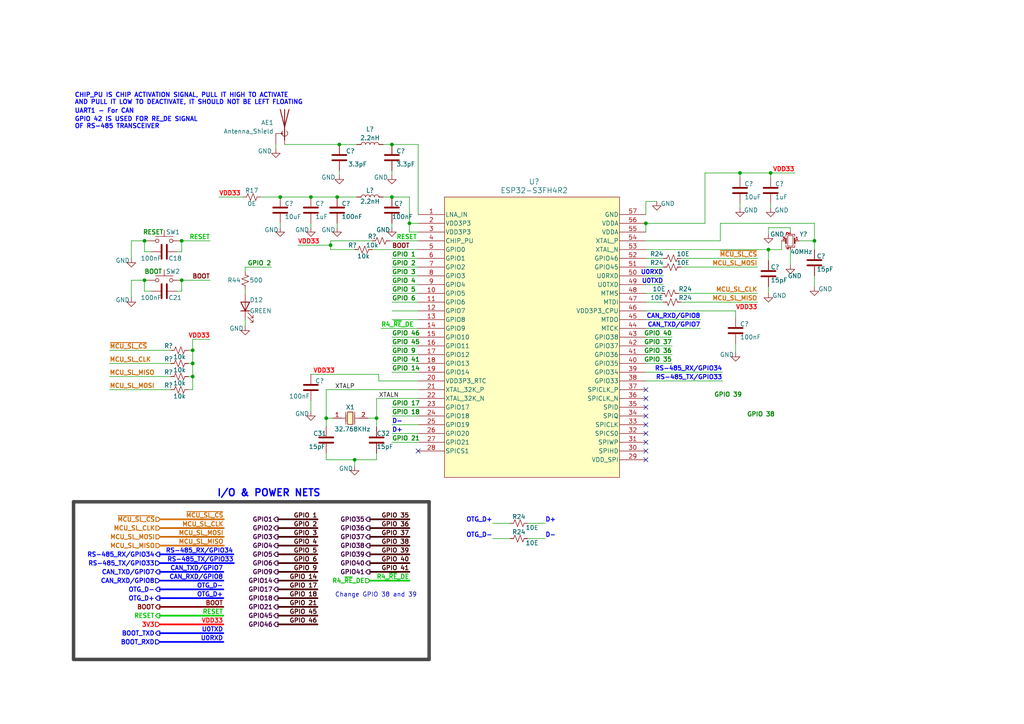
<source format=kicad_sch>
(kicad_sch (version 20230121) (generator eeschema)
  (paper "A4")
  (lib_symbols
    (symbol "ESP32-S3_DB:AH03200003"
      (property "Reference" "X" (at 0 5.08 0))
      (property "Value" "AH03200003" (at 0 -5.08 0))
      (symbol "AH03200003_1_1"
        (pin input line (at -5.08 0 0) (length 2.54) (name "") (number "1"))
        (pin input line (at 5.08 0 180) (length 2.54) (name "") (number "2"))
      )
    )
    (symbol "ESP32-S3_DB:Antenna_Shield" (pin_numbers hide) (pin_names (offset 1.016) hide)
      (property "Reference" "AE" (at -1.905 4.445 0))
      (property "Value" "Antenna_Shield" (at -1.905 2.54 0))
      (symbol "Antenna_Shield_1_1"
        (pin input line (at 0 -5.08 90) (length 2.54) (name "A") (number "1"))
        (pin input line (at 2.54 -5.08 90) (length 2.54) (name "Shield") (number "2"))
      )
    )
    (symbol "ESP32-S3_DB:C" (pin_numbers hide) (pin_names (offset 0.254))
      (property "Reference" "C" (at 0.635 2.54 0))
      (property "Value" "C" (at 0.635 -2.54 0))
      (symbol "C_1_1"
        (pin passive line (at 0 3.81 270) (length 2.794) (name "~") (number "1"))
        (pin passive line (at 0 -3.81 90) (length 2.794) (name "~") (number "2"))
      )
    )
    (symbol "ESP32-S3_DB:Crystal_GND24_Small" (pin_names (offset 1.016) hide)
      (property "Reference" "Y" (at 1.27 4.445 0))
      (property "Value" "Crystal_GND24_Small" (at 1.27 2.54 0))
      (symbol "Crystal_GND24_Small_1_1"
        (pin passive line (at -2.54 0 0) (length 1.27) (name "1") (number "1"))
        (pin passive line (at 0 -2.54 90) (length 0.635) (name "2") (number "2"))
        (pin passive line (at 2.54 0 180) (length 1.27) (name "3") (number "3"))
        (pin passive line (at 0 2.54 270) (length 0.635) (name "4") (number "4"))
      )
    )
    (symbol "ESP32-S3_DB:ESP32-S3" (pin_names (offset 0.254))
      (property "Reference" "U" (at 33.02 10.16 0))
      (property "Value" "ESP32-S3" (at 33.02 7.62 0))
      (symbol "ESP32-S3_0_1"
        (pin bidirectional line (at 0 0 0) (length 7.62) (name "LNA_IN") (number "1"))
        (pin bidirectional line (at 0 -22.86 0) (length 7.62) (name "GPIO5") (number "10"))
        (pin bidirectional line (at 0 -25.4 0) (length 7.62) (name "GPIO6") (number "11"))
        (pin bidirectional line (at 0 -27.94 0) (length 7.62) (name "GPIO7") (number "12"))
        (pin bidirectional line (at 0 -30.48 0) (length 7.62) (name "GPIO8") (number "13"))
        (pin bidirectional line (at 0 -33.02 0) (length 7.62) (name "GPIO9") (number "14"))
        (pin bidirectional line (at 0 -35.56 0) (length 7.62) (name "GPIO10") (number "15"))
        (pin bidirectional line (at 0 -38.1 0) (length 7.62) (name "GPIO11") (number "16"))
        (pin bidirectional line (at 0 -40.64 0) (length 7.62) (name "GPIO12") (number "17"))
        (pin bidirectional line (at 0 -43.18 0) (length 7.62) (name "GPIO13") (number "18"))
        (pin bidirectional line (at 0 -45.72 0) (length 7.62) (name "GPIO14") (number "19"))
        (pin power_in line (at 0 -2.54 0) (length 7.62) (name "VDD3P3") (number "2"))
        (pin power_in line (at 0 -48.26 0) (length 7.62) (name "VDD3P3_RTC") (number "20"))
        (pin bidirectional line (at 0 -50.8 0) (length 7.62) (name "XTAL_32K_P") (number "21"))
        (pin bidirectional line (at 0 -53.34 0) (length 7.62) (name "XTAL_32K_N") (number "22"))
        (pin bidirectional line (at 0 -55.88 0) (length 7.62) (name "GPIO17") (number "23"))
        (pin bidirectional line (at 0 -58.42 0) (length 7.62) (name "GPIO18") (number "24"))
        (pin bidirectional line (at 0 -60.96 0) (length 7.62) (name "GPIO19") (number "25"))
        (pin bidirectional line (at 0 -63.5 0) (length 7.62) (name "GPIO20") (number "26"))
        (pin bidirectional line (at 0 -66.04 0) (length 7.62) (name "GPIO21") (number "27"))
        (pin bidirectional line (at 0 -68.58 0) (length 7.62) (name "SPICS1") (number "28"))
        (pin power_in line (at 66.04 -71.12 180) (length 7.62) (name "VDD_SPI") (number "29"))
        (pin power_in line (at 0 -5.08 0) (length 7.62) (name "VDD3P3") (number "3"))
        (pin bidirectional line (at 66.04 -68.58 180) (length 7.62) (name "SPIHD") (number "30"))
        (pin bidirectional line (at 66.04 -66.04 180) (length 7.62) (name "SPIWP") (number "31"))
        (pin bidirectional line (at 66.04 -63.5 180) (length 7.62) (name "SPICS0") (number "32"))
        (pin bidirectional line (at 66.04 -60.96 180) (length 7.62) (name "SPICLK") (number "33"))
        (pin bidirectional line (at 66.04 -58.42 180) (length 7.62) (name "SPIQ") (number "34"))
        (pin bidirectional line (at 66.04 -55.88 180) (length 7.62) (name "SPID") (number "35"))
        (pin input line (at 0 -7.62 0) (length 7.62) (name "CHIP_PU") (number "4"))
        (pin power_in line (at 66.04 -27.94 180) (length 7.62) (name "VDD3P3_CPU") (number "46"))
        (pin bidirectional line (at 66.04 -25.4 180) (length 7.62) (name "MTDI") (number "47"))
        (pin bidirectional line (at 66.04 -22.86 180) (length 7.62) (name "MTMS") (number "48"))
        (pin bidirectional line (at 66.04 -20.32 180) (length 7.62) (name "U0TXD") (number "49"))
        (pin bidirectional line (at 0 -10.16 0) (length 7.62) (name "GPIO0") (number "5"))
        (pin bidirectional line (at 66.04 -17.78 180) (length 7.62) (name "U0RXD") (number "50"))
        (pin bidirectional line (at 66.04 -15.24 180) (length 7.62) (name "GPIO45") (number "51"))
        (pin bidirectional line (at 66.04 -12.7 180) (length 7.62) (name "GPIO46") (number "52"))
        (pin output line (at 66.04 -10.16 180) (length 7.62) (name "XTAL_N") (number "53"))
        (pin input line (at 66.04 -7.62 180) (length 7.62) (name "XTAL_P") (number "54"))
        (pin power_in line (at 66.04 -5.08 180) (length 7.62) (name "VDDA") (number "55"))
        (pin power_in line (at 66.04 -2.54 180) (length 7.62) (name "VDDA") (number "56"))
        (pin power_out line (at 66.04 0 180) (length 7.62) (name "GND") (number "57"))
        (pin bidirectional line (at 0 -12.7 0) (length 7.62) (name "GPIO1") (number "6"))
        (pin bidirectional line (at 0 -15.24 0) (length 7.62) (name "GPIO2") (number "7"))
        (pin bidirectional line (at 0 -17.78 0) (length 7.62) (name "GPIO3") (number "8"))
        (pin bidirectional line (at 0 -20.32 0) (length 7.62) (name "GPIO4") (number "9"))
      )
      (symbol "ESP32-S3_1_1"
        (pin bidirectional line (at 66.04 -53.34 180) (length 7.62) (name "SPICLK_N") (number "36"))
        (pin bidirectional line (at 66.04 -50.8 180) (length 7.62) (name "SPICLK_P") (number "37"))
        (pin bidirectional line (at 66.04 -48.26 180) (length 7.62) (name "GPIO33") (number "38"))
        (pin bidirectional line (at 66.04 -45.72 180) (length 7.62) (name "GPIO34") (number "39"))
        (pin bidirectional line (at 66.04 -43.18 180) (length 7.62) (name "GPIO35") (number "40"))
        (pin bidirectional line (at 66.04 -40.64 180) (length 7.62) (name "GPIO36") (number "41"))
        (pin bidirectional line (at 66.04 -38.1 180) (length 7.62) (name "GPIO37") (number "42"))
        (pin bidirectional line (at 66.04 -35.56 180) (length 7.62) (name "GPIO38") (number "43"))
        (pin bidirectional line (at 66.04 -33.02 180) (length 7.62) (name "MTCK") (number "44"))
        (pin bidirectional line (at 66.04 -30.48 180) (length 7.62) (name "MTDO") (number "45"))
      )
    )
    (symbol "ESP32-S3_DB:GND" (power) (pin_names (offset 0))
      (property "Value" "GND" (at 0 -3.81 0))
      (symbol "GND_1_1"
        (pin power_in line (at 0 0 270) (length 0) hide (name "GND") (number "1"))
      )
    )
    (symbol "ESP32-S3_DB:L" (pin_numbers hide) (pin_names (offset 1.016) hide)
      (property "Reference" "L" (at -1.27 0 90))
      (property "Value" "L" (at 1.905 0 90))
      (symbol "L_1_1"
        (pin passive line (at 0 3.81 270) (length 1.27) (name "1") (number "1"))
        (pin passive line (at 0 -3.81 90) (length 1.27) (name "2") (number "2"))
      )
    )
    (symbol "ESP32-S3_DB:LED" (pin_numbers hide) (pin_names (offset 1.016) hide)
      (property "Reference" "D" (at 0 2.54 0))
      (property "Value" "LED" (at 0 -2.54 0))
      (symbol "LED_1_1"
        (pin passive line (at -3.81 0 0) (length 2.54) (name "K") (number "1"))
        (pin passive line (at 3.81 0 180) (length 2.54) (name "A") (number "2"))
      )
    )
    (symbol "ESP32-S3_DB:R_Small_US" (pin_numbers hide) (pin_names (offset 0.254) hide)
      (property "Reference" "R" (at 0.762 0.508 0))
      (property "Value" "R_Small_US" (at 0.762 -1.016 0))
      (symbol "R_Small_US_1_1"
        (pin passive line (at 0 2.54 270) (length 1.016) (name "~") (number "1"))
        (pin passive line (at 0 -2.54 90) (length 1.016) (name "~") (number "2"))
      )
    )
    (symbol "ESP32-S3_DB:SW_Push" (pin_numbers hide) (pin_names (offset 1.016) hide)
      (property "Reference" "SW" (at 1.27 2.54 0))
      (property "Value" "SW_Push" (at 0 -1.524 0))
      (symbol "SW_Push_0_1"
        (pin passive line (at -5.08 0 0) (length 2.54) (name "1") (number "1"))
        (pin passive line (at 5.08 0 180) (length 2.54) (name "2") (number "2"))
      )
    )
  )
  (junction (at 55.88 105.41))
  (junction (at 41.91 69.85))
  (junction (at 95.885 71.12))
  (junction (at 90.17 57.15))
  (junction (at 98.425 41.91))
  (junction (at 52.705 81.28))
  (junction (at 214.63 50.165))
  (junction (at 97.79 57.15))
  (junction (at 187.325 64.77))
  (junction (at 52.705 69.85))
  (junction (at 55.88 101.6))
  (junction (at 113.665 57.15))
  (junction (at 41.91 81.28))
  (junction (at 109.22 121.285))
  (junction (at 223.52 50.165))
  (junction (at 113.665 41.91))
  (junction (at 102.87 133.35))
  (junction (at 94.615 121.285))
  (junction (at 81.28 57.15))
  (junction (at 118.745 64.77))
  (junction (at 55.88 109.22))
  (junction (at 222.885 72.39))
  (junction (at 236.22 69.85))
  (no_connect (at 187.325 130.81))
  (no_connect (at 121.285 130.81))
  (no_connect (at 187.325 120.65))
  (no_connect (at 187.325 118.11))
  (no_connect (at 187.325 125.73))
  (no_connect (at 187.325 113.03))
  (no_connect (at 187.325 115.57))
  (no_connect (at 187.325 123.19))
  (no_connect (at 187.325 133.35))
  (no_connect (at 187.325 128.27))
  (wire (pts (xy 113.665 128.27) (xy 121.285 128.27)))
  (wire (pts (xy 64.77 183.642) (xy 46.355 183.642)) (stroke (width 0.5) (color 0 0 255 1)))
  (wire (pts (xy 113.665 123.19) (xy 121.285 123.19)))
  (wire (pts (xy 113.665 66.04) (xy 113.665 64.77)))
  (wire (pts (xy 92.075 153.162) (xy 80.645 153.162)) (stroke (width 0.5) (color 72 0 0 1)))
  (wire (pts (xy 118.745 165.862) (xy 107.315 165.862)) (stroke (width 0.5) (color 72 0 0 1)))
  (wire (pts (xy 75.565 57.15) (xy 81.28 57.15)))
  (wire (pts (xy 236.22 69.85) (xy 236.22 72.39)))
  (wire (pts (xy 31.75 109.22) (xy 49.53 109.22)))
  (wire (pts (xy 204.47 64.77) (xy 204.47 50.165)))
  (wire (pts (xy 64.897 150.622) (xy 46.482 150.622)) (stroke (width 0.5) (color 204 102 0 1)))
  (wire (pts (xy 90.17 57.15) (xy 97.79 57.15)))
  (wire (pts (xy 219.71 87.63) (xy 197.485 87.63)))
  (wire (pts (xy 203.2 92.71) (xy 187.325 92.71)))
  (wire (pts (xy 92.075 176.022) (xy 80.645 176.022)) (stroke (width 0.5) (color 72 0 0 1)))
  (wire (pts (xy 97.79 66.04) (xy 97.79 64.77)))
  (wire (pts (xy 94.615 123.825) (xy 94.615 121.285)))
  (wire (pts (xy 113.665 87.63) (xy 121.285 87.63)))
  (wire (pts (xy 55.88 109.22) (xy 55.88 113.03)))
  (wire (pts (xy 92.075 150.622) (xy 80.645 150.622)) (stroke (width 0.5) (color 72 0 0 1)))
  (wire (pts (xy 222.885 83.185) (xy 222.885 85.09)))
  (wire (pts (xy 92.075 178.562) (xy 80.645 178.562)) (stroke (width 0.5) (color 72 0 0 1)))
  (wire (pts (xy 92.075 155.702) (xy 80.645 155.702)) (stroke (width 0.5) (color 72 0 0 1)))
  (wire (pts (xy 64.77 181.102) (xy 46.355 181.102)) (stroke (width 0.5) (color 255 0 0 1)))
  (wire (pts (xy 194.945 102.87) (xy 187.325 102.87)))
  (wire (pts (xy 80.01 41.91) (xy 80.01 43.18)))
  (wire (pts (xy 92.075 168.402) (xy 80.645 168.402)) (stroke (width 0.5) (color 72 0 0 1)))
  (wire (pts (xy 31.75 101.6) (xy 49.53 101.6)))
  (wire (pts (xy 111.125 57.15) (xy 113.665 57.15)))
  (wire (pts (xy 187.325 72.39) (xy 222.885 72.39)))
  (wire (pts (xy 31.75 113.03) (xy 49.53 113.03)))
  (wire (pts (xy 187.325 64.77) (xy 204.47 64.77)))
  (wire (pts (xy 55.88 101.6) (xy 55.88 105.41)))
  (wire (pts (xy 42.545 81.28) (xy 41.91 81.28)))
  (wire (pts (xy 214.63 50.165) (xy 214.63 51.435)))
  (wire (pts (xy 187.325 77.47) (xy 192.405 77.47)))
  (wire (pts (xy 38.1 81.28) (xy 38.1 86.36)))
  (wire (pts (xy 214.63 59.055) (xy 214.63 60.325)))
  (wire (pts (xy 229.235 72.39) (xy 229.235 76.835)))
  (wire (pts (xy 219.71 85.09) (xy 196.85 85.09)))
  (wire (pts (xy 41.91 81.28) (xy 41.91 84.455)))
  (wire (pts (xy 113.665 118.11) (xy 121.285 118.11)))
  (wire (pts (xy 118.745 158.242) (xy 107.315 158.242)) (stroke (width 0.5) (color 72 0 0 1)))
  (wire (pts (xy 158.115 151.765) (xy 153.035 151.765)))
  (wire (pts (xy 64.897 153.162) (xy 46.482 153.162)) (stroke (width 0.5) (color 204 102 0 1)))
  (wire (pts (xy 113.665 97.79) (xy 121.285 97.79)))
  (wire (pts (xy 229.235 66.04) (xy 229.235 67.31)))
  (wire (pts (xy 95.885 72.39) (xy 95.885 71.12)))
  (wire (pts (xy 113.665 107.95) (xy 121.285 107.95)))
  (bus (pts (xy 124.46 145.542) (xy 124.46 191.262)) (stroke (width 1) (color 72 72 72 1)))
  (wire (pts (xy 147.955 151.765) (xy 142.875 151.765)))
  (wire (pts (xy 113.665 50.8) (xy 113.665 49.53)))
  (wire (pts (xy 214.63 50.165) (xy 223.52 50.165)))
  (wire (pts (xy 192.405 87.63) (xy 187.325 87.63)))
  (wire (pts (xy 204.47 50.165) (xy 214.63 50.165)))
  (wire (pts (xy 92.075 160.782) (xy 80.645 160.782)) (stroke (width 0.5) (color 72 0 0 1)))
  (wire (pts (xy 113.665 74.93) (xy 121.285 74.93)))
  (wire (pts (xy 222.885 72.39) (xy 226.695 72.39)))
  (wire (pts (xy 64.77 168.402) (xy 46.355 168.402)) (stroke (width 0.5) (color 0 0 255 1)))
  (wire (pts (xy 52.705 81.28) (xy 60.96 81.28)))
  (wire (pts (xy 236.22 64.77) (xy 236.22 69.85)))
  (wire (pts (xy 110.49 95.25) (xy 121.285 95.25)))
  (wire (pts (xy 92.075 173.482) (xy 80.645 173.482)) (stroke (width 0.5) (color 72 0 0 1)))
  (wire (pts (xy 52.705 73.025) (xy 52.705 69.85)))
  (wire (pts (xy 213.36 90.17) (xy 187.325 90.17)))
  (wire (pts (xy 118.745 163.322) (xy 107.315 163.322)) (stroke (width 0.5) (color 72 0 0 1)))
  (wire (pts (xy 121.285 41.91) (xy 121.285 62.23)))
  (wire (pts (xy 55.88 109.22) (xy 54.61 109.22)))
  (wire (pts (xy 71.12 94.615) (xy 71.12 92.71)))
  (wire (pts (xy 52.705 69.85) (xy 60.96 69.85)))
  (wire (pts (xy 41.91 84.455) (xy 43.815 84.455)))
  (bus (pts (xy 21.336 145.542) (xy 124.46 145.542)) (stroke (width 1) (color 72 72 72 1)))
  (wire (pts (xy 92.075 165.862) (xy 80.645 165.862)) (stroke (width 0.5) (color 72 0 0 1)))
  (wire (pts (xy 92.075 158.242) (xy 80.645 158.242)) (stroke (width 0.5) (color 72 0 0 1)))
  (wire (pts (xy 90.17 116.205) (xy 90.17 119.38)))
  (wire (pts (xy 109.855 108.585) (xy 109.855 110.49)))
  (wire (pts (xy 113.665 120.65) (xy 121.285 120.65)))
  (wire (pts (xy 222.885 75.565) (xy 222.885 72.39)))
  (wire (pts (xy 95.885 69.85) (xy 107.95 69.85)))
  (wire (pts (xy 192.405 80.01) (xy 187.325 80.01)))
  (wire (pts (xy 208.915 64.77) (xy 236.22 64.77)))
  (wire (pts (xy 113.665 90.17) (xy 121.285 90.17)))
  (wire (pts (xy 191.77 85.09) (xy 187.325 85.09)))
  (wire (pts (xy 147.955 156.21) (xy 142.875 156.21)))
  (wire (pts (xy 90.17 108.585) (xy 109.855 108.585)))
  (wire (pts (xy 118.745 155.702) (xy 107.315 155.702)) (stroke (width 0.5) (color 72 0 0 1)))
  (wire (pts (xy 118.745 153.162) (xy 107.315 153.162)) (stroke (width 0.5) (color 72 0 0 1)))
  (wire (pts (xy 64.77 186.182) (xy 46.355 186.182)) (stroke (width 0.5) (color 0 0 255 1)))
  (wire (pts (xy 213.36 99.695) (xy 213.36 102.235)))
  (wire (pts (xy 98.425 50.8) (xy 98.425 49.53)))
  (wire (pts (xy 106.68 121.285) (xy 109.22 121.285)))
  (wire (pts (xy 55.88 101.6) (xy 54.61 101.6)))
  (wire (pts (xy 113.665 41.91) (xy 121.285 41.91)))
  (wire (pts (xy 55.88 105.41) (xy 55.88 109.22)))
  (wire (pts (xy 187.325 58.42) (xy 187.325 62.23)))
  (wire (pts (xy 60.96 98.425) (xy 55.88 98.425)))
  (bus (pts (xy 124.46 191.262) (xy 21.336 191.262)) (stroke (width 1) (color 72 72 72 1)))
  (wire (pts (xy 64.77 165.862) (xy 46.355 165.862)) (stroke (width 0.5) (color 0 0 255 1)))
  (wire (pts (xy 94.615 113.03) (xy 94.615 121.285)))
  (wire (pts (xy 51.435 73.025) (xy 52.705 73.025)))
  (wire (pts (xy 109.22 115.57) (xy 109.22 121.285)))
  (wire (pts (xy 71.12 77.47) (xy 71.12 78.74)))
  (wire (pts (xy 208.915 69.85) (xy 208.915 64.77)))
  (wire (pts (xy 95.885 71.12) (xy 95.885 69.85)))
  (wire (pts (xy 190.5 58.42) (xy 187.325 58.42)))
  (wire (pts (xy 109.855 110.49) (xy 121.285 110.49)))
  (wire (pts (xy 94.615 113.03) (xy 121.285 113.03)))
  (wire (pts (xy 102.87 133.35) (xy 109.22 133.35)))
  (wire (pts (xy 118.745 67.31) (xy 121.285 67.31)))
  (wire (pts (xy 64.77 173.482) (xy 46.355 173.482)) (stroke (width 0.5) (color 0 0 255 1)))
  (wire (pts (xy 52.705 84.455) (xy 52.705 81.28)))
  (wire (pts (xy 92.075 170.942) (xy 80.645 170.942)) (stroke (width 0.5) (color 72 0 0 1)))
  (wire (pts (xy 219.71 77.47) (xy 197.485 77.47)))
  (wire (pts (xy 63.5 57.15) (xy 70.485 57.15)))
  (wire (pts (xy 236.22 80.01) (xy 236.22 83.185)))
  (wire (pts (xy 109.22 133.35) (xy 109.22 131.445)))
  (wire (pts (xy 118.745 168.402) (xy 107.315 168.402)) (stroke (width 0.5) (color 0 194 0 1)))
  (wire (pts (xy 64.77 176.022) (xy 46.355 176.022)) (stroke (width 0.5) (color 132 0 0 1)))
  (wire (pts (xy 118.745 64.77) (xy 121.285 64.77)))
  (wire (pts (xy 67.818 163.322) (xy 46.355 163.322)) (stroke (width 0.5) (color 0 0 255 1)))
  (wire (pts (xy 113.665 77.47) (xy 121.285 77.47)))
  (wire (pts (xy 102.87 135.255) (xy 102.87 133.35)))
  (wire (pts (xy 94.615 121.285) (xy 96.52 121.285)))
  (wire (pts (xy 51.435 84.455) (xy 52.705 84.455)))
  (wire (pts (xy 86.36 71.12) (xy 95.885 71.12)))
  (bus (pts (xy 21.336 145.542) (xy 21.336 191.262)) (stroke (width 1) (color 72 72 72 1)))
  (wire (pts (xy 113.665 85.09) (xy 121.285 85.09)))
  (wire (pts (xy 223.52 59.055) (xy 223.52 60.325)))
  (wire (pts (xy 158.115 156.21) (xy 153.035 156.21)))
  (wire (pts (xy 64.897 155.702) (xy 46.482 155.702)) (stroke (width 0.5) (color 204 102 0 1)))
  (wire (pts (xy 223.52 50.165) (xy 230.505 50.165)))
  (wire (pts (xy 226.695 72.39) (xy 226.695 69.85)))
  (wire (pts (xy 113.665 57.15) (xy 118.745 57.15)))
  (wire (pts (xy 81.28 66.04) (xy 81.28 64.77)))
  (wire (pts (xy 94.615 133.35) (xy 94.615 131.445)))
  (wire (pts (xy 231.775 69.85) (xy 236.22 69.85)))
  (wire (pts (xy 64.77 170.942) (xy 46.355 170.942)) (stroke (width 0.5) (color 0 0 255 1)))
  (wire (pts (xy 203.2 95.25) (xy 187.325 95.25)))
  (wire (pts (xy 192.405 82.55) (xy 187.325 82.55)))
  (wire (pts (xy 113.665 82.55) (xy 121.285 82.55)))
  (wire (pts (xy 102.87 133.35) (xy 94.615 133.35)))
  (wire (pts (xy 92.075 181.102) (xy 80.645 181.102)) (stroke (width 0.5) (color 72 0 0 1)))
  (wire (pts (xy 64.77 178.562) (xy 46.355 178.562)) (stroke (width 0.5) (color 0 194 0 1)))
  (wire (pts (xy 67.691 160.782) (xy 46.355 160.782)) (stroke (width 0.5) (color 0 0 255 1)))
  (wire (pts (xy 223.52 50.165) (xy 223.52 51.435)))
  (wire (pts (xy 97.79 57.15) (xy 103.505 57.15)))
  (wire (pts (xy 42.545 69.85) (xy 41.91 69.85)))
  (wire (pts (xy 102.87 72.39) (xy 95.885 72.39)))
  (wire (pts (xy 82.55 41.91) (xy 98.425 41.91)))
  (wire (pts (xy 41.91 81.28) (xy 38.1 81.28)))
  (wire (pts (xy 113.03 69.85) (xy 121.285 69.85)))
  (wire (pts (xy 118.745 160.782) (xy 107.315 160.782)) (stroke (width 0.5) (color 72 0 0 1)))
  (wire (pts (xy 118.745 64.77) (xy 118.745 67.31)))
  (wire (pts (xy 219.71 74.93) (xy 197.485 74.93)))
  (wire (pts (xy 113.665 80.01) (xy 121.285 80.01)))
  (wire (pts (xy 209.55 107.95) (xy 187.325 107.95)))
  (wire (pts (xy 55.88 105.41) (xy 54.61 105.41)))
  (wire (pts (xy 55.88 113.03) (xy 54.61 113.03)))
  (wire (pts (xy 81.28 57.15) (xy 90.17 57.15)))
  (wire (pts (xy 194.945 105.41) (xy 187.325 105.41)))
  (wire (pts (xy 31.75 105.41) (xy 49.53 105.41)))
  (wire (pts (xy 113.665 102.87) (xy 121.285 102.87)))
  (wire (pts (xy 92.075 163.322) (xy 80.645 163.322)) (stroke (width 0.5) (color 72 0 0 1)))
  (wire (pts (xy 64.897 158.242) (xy 46.482 158.242)) (stroke (width 0.5) (color 204 102 0 1)))
  (wire (pts (xy 118.745 150.622) (xy 107.315 150.622)) (stroke (width 0.5) (color 72 0 0 1)))
  (wire (pts (xy 38.1 69.85) (xy 38.1 74.93)))
  (wire (pts (xy 187.325 64.77) (xy 187.325 67.31)))
  (wire (pts (xy 109.22 115.57) (xy 121.285 115.57)))
  (wire (pts (xy 111.125 41.91) (xy 113.665 41.91)))
  (wire (pts (xy 109.22 123.825) (xy 109.22 121.285)))
  (wire (pts (xy 113.665 92.71) (xy 121.285 92.71)))
  (wire (pts (xy 194.945 97.79) (xy 187.325 97.79)))
  (wire (pts (xy 113.665 100.33) (xy 121.285 100.33)))
  (wire (pts (xy 113.665 105.41) (xy 121.285 105.41)))
  (wire (pts (xy 90.17 66.04) (xy 90.17 64.77)))
  (wire (pts (xy 41.91 73.025) (xy 43.815 73.025)))
  (wire (pts (xy 213.36 90.17) (xy 213.36 92.075)))
  (wire (pts (xy 209.55 110.49) (xy 187.325 110.49)))
  (wire (pts (xy 118.745 57.15) (xy 118.745 64.77)))
  (wire (pts (xy 98.425 41.91) (xy 103.505 41.91)))
  (wire (pts (xy 41.91 69.85) (xy 38.1 69.85)))
  (wire (pts (xy 78.74 77.47) (xy 71.12 77.47)))
  (wire (pts (xy 55.88 98.425) (xy 55.88 101.6)))
  (wire (pts (xy 222.885 66.04) (xy 229.235 66.04)))
  (wire (pts (xy 107.95 72.39) (xy 121.285 72.39)))
  (wire (pts (xy 222.885 67.945) (xy 222.885 66.04)))
  (wire (pts (xy 113.665 125.73) (xy 121.285 125.73)))
  (wire (pts (xy 194.945 100.33) (xy 187.325 100.33)))
  (wire (pts (xy 192.405 74.93) (xy 187.325 74.93)))
  (wire (pts (xy 41.91 69.85) (xy 41.91 73.025)))
  (wire (pts (xy 71.12 85.09) (xy 71.12 83.82)))
  (wire (pts (xy 187.325 69.85) (xy 208.915 69.85)))
  (text "UART1 - For CAN" (at 21.59 33.02 0) (effects (font (size 1.27 1.27) bold) (justify left bottom)))
  (text "CHIP_PU IS CHIP ACTIVATION SIGNAL, PULL IT HIGH TO ACTIVATE\nAND PULL IT LOW TO DEACTIVATE, IT SHOULD NOT BE LEFT FLOATING" (at 21.59 30.48 0) (effects (font (size 1.27 1.27) (thickness 0.254) bold) (justify left bottom)))
  (text "I/O & POWER NETS" (at 62.865 144.272 0) (effects (font (size 2 2) bold) (justify left bottom)))
  (text "GPIO 42 IS USED FOR RE_DE SIGNAL \nOF RS-485 TRANSCEIVER" (at 21.59 37.465 0) (effects (font (size 1.27 1.27) bold) (justify left bottom)))
  (text "Change GPIO 38 and 39" (at 97.155 173.355 0) (effects (font (size 1.27 1.27)) (justify left bottom)))
  (label "CAN_TXD{slash}GPIO7" (at 64.77 165.862 180) (effects (font bold)))
  (label "GPIO 4" (at 92.075 158.242 180) (effects (font bold)))
  (label "RS-485_TX{slash}GPIO33" (at 67.818 163.322 180) (effects (font bold)))
  (label "GPIO 41" (at 118.745 165.862 180) (effects (font bold)))
  (label "GPIO 14" (at 113.665 107.95 0) (effects (font bold)))
  (label "GPIO 37" (at 194.945 100.33 180) (effects (font bold)))
  (label "GPIO 45" (at 92.075 178.562 180) (effects (font bold)))
  (label "GPIO 36" (at 194.945 102.87 180) (effects (font bold)))
  (label "D-" (at 113.665 123.19 0) (effects (font (thickness 0.254) bold)))
  (label "GPIO 1" (at 113.665 74.93 0) (effects (font bold)))
  (label "GPIO 9" (at 92.075 165.862 180) (effects (font bold)))
  (label "OTG_D-" (at 64.77 170.942 180) (effects (font (thickness 0.254) bold)))
  (label "GPIO 14" (at 92.075 168.402 180) (effects (font bold)))
  (label "CAN_RXD{slash}GPIO8" (at 203.2 92.71 180) (effects (font bold)))
  (label "~{MCU_SL_CS}" (at 219.71 74.93 180) (effects (font (thickness 0.254) bold)))
  (label "R4_~{RE}_DE" (at 118.745 168.402 180) (effects (font bold)))
  (label "D-" (at 158.115 156.21 0) (effects (font (thickness 0.254) bold)))
  (label "MCU_SL_MOSI" (at 64.897 155.702 180) (effects (font (thickness 0.254) bold)))
  (label "RS-485_TX{slash}GPIO33" (at 209.55 110.49 180) (effects (font bold)))
  (label "BOOT" (at 64.77 176.022 180) (effects (font bold)))
  (label "MCU_SL_MISO" (at 31.75 109.22 0) (effects (font (thickness 0.254) bold)))
  (label "GPIO 39" (at 215.265 115.57 180) (effects (font bold)))
  (label "OTG_D-" (at 142.875 156.21 180) (effects (font (thickness 0.254) bold)))
  (label "GPIO 1" (at 92.075 150.622 180) (effects (font bold)))
  (label "U0TXD" (at 64.77 183.642 180) (effects (font bold)))
  (label "GPIO 46" (at 92.075 181.102 180) (effects (font bold)))
  (label "BOOT" (at 60.96 81.28 180) (effects (font bold)))
  (label "GPIO 9" (at 113.665 102.87 0) (effects (font bold)))
  (label "MCU_SL_MISO" (at 64.897 158.242 180) (effects (font (thickness 0.254) bold)))
  (label "GPIO 2" (at 113.665 77.47 0) (effects (font bold)))
  (label "OTG_D+" (at 142.875 151.765 180) (effects (font (thickness 0.254) bold)))
  (label "GPIO 4" (at 113.665 82.55 0) (effects (font bold)))
  (label "GPIO 35" (at 118.745 150.622 180) (effects (font bold)))
  (label "RS-485_RX{slash}GPIO34" (at 67.691 160.782 180) (effects (font bold)))
  (label "RESET" (at 60.96 69.85 180) (effects (font (thickness 0.254) bold)))
  (label "GPIO 2" (at 92.075 153.162 180) (effects (font bold)))
  (label "MCU_SL_CLK" (at 64.897 153.162 180) (effects (font (thickness 0.254) bold)))
  (label "U0RXD" (at 192.405 80.01 180) (effects (font bold)))
  (label "MCU_SL_MISO" (at 219.71 87.63 180) (effects (font (thickness 0.254) bold)))
  (label "MCU_SL_CLK" (at 219.71 85.09 180) (effects (font (thickness 0.254) bold)))
  (label "GPIO 40" (at 118.745 163.322 180) (effects (font bold)))
  (label "GPIO 5" (at 92.075 160.782 180) (effects (font bold)))
  (label "OTG_D+" (at 64.77 173.482 180) (effects (font (thickness 0.254) bold)))
  (label "BOOT" (at 113.665 72.39 0) (effects (font bold)))
  (label "U0RXD" (at 64.77 186.182 180) (effects (font bold)))
  (label "MCU_SL_CLK" (at 31.75 105.41 0) (effects (font (thickness 0.254) bold)))
  (label "MCU_SL_MOSI" (at 31.75 113.03 0) (effects (font (thickness 0.254) bold)))
  (label "RS-485_RX{slash}GPIO34" (at 209.55 107.95 180) (effects (font bold)))
  (label "GPIO 6" (at 113.665 87.63 0) (effects (font bold)))
  (label "GPIO 21" (at 113.665 128.27 0) (effects (font bold)))
  (label "GPIO 38" (at 224.79 121.285 180) (effects (font bold)))
  (label "GPIO 5" (at 113.665 85.09 0) (effects (font bold)))
  (label "GPIO 40" (at 194.945 97.79 180) (effects (font bold)))
  (label "D+" (at 113.665 125.73 0) (effects (font (thickness 0.254) bold)))
  (label "GPIO 41" (at 113.665 105.41 0) (effects (font bold)))
  (label "RESET" (at 64.77 178.562 180) (effects (font (thickness 0.254) bold)))
  (label "GPIO 36" (at 118.745 153.162 180) (effects (font bold)))
  (label "VDD33" (at 64.77 181.102 180) (effects (font (thickness 0.254) bold)))
  (label "XTALN" (at 109.855 115.57 0))
  (label "VDD33" (at 230.505 50.165 180) (effects (font (thickness 0.254) bold)))
  (label "VDD33" (at 90.805 108.585 0) (effects (font (thickness 0.254) bold)))
  (label "~{MCU_SL_CS}" (at 31.75 101.6 0) (effects (font (thickness 0.254) bold)))
  (label "GPIO 37" (at 118.745 155.702 180) (effects (font bold)))
  (label "GPIO 35" (at 194.945 105.41 180) (effects (font bold)))
  (label "VDD33" (at 86.36 71.12 0) (effects (font (thickness 0.254) bold)))
  (label "GPIO 18" (at 113.665 120.65 0) (effects (font bold)))
  (label "GPIO 3" (at 113.665 80.01 0) (effects (font bold)))
  (label "U0TXD" (at 192.405 82.55 180) (effects (font bold)))
  (label "GPIO 3" (at 92.075 155.702 180) (effects (font bold)))
  (label "CAN_RXD{slash}GPIO8" (at 64.77 168.402 180) (effects (font bold)))
  (label "GPIO 45" (at 113.665 100.33 0) (effects (font bold)))
  (label "GPIO 17" (at 113.665 118.11 0) (effects (font bold)))
  (label "XTALP" (at 97.155 113.03 0))
  (label "GPIO 17" (at 92.075 170.942 180) (effects (font bold)))
  (label "GPIO 6" (at 92.075 163.322 180) (effects (font bold)))
  (label "D+" (at 158.115 151.765 0) (effects (font (thickness 0.254) bold)))
  (label "VDD33" (at 213.36 90.17 0) (effects (font (thickness 0.254) bold)))
  (label "~{MCU_SL_CS}" (at 64.897 150.622 180) (effects (font (thickness 0.254) bold)))
  (label "VDD33" (at 60.96 98.425 180) (effects (font (thickness 0.254) bold)))
  (label "CAN_TXD{slash}GPIO7" (at 203.2 95.25 180) (effects (font bold)))
  (label "GPIO 2" (at 78.74 77.47 180) (effects (font bold)))
  (label "VDD33" (at 63.5 57.15 0) (effects (font (thickness 0.254) bold)))
  (label "GPIO 46" (at 113.665 97.79 0) (effects (font bold)))
  (label "MCU_SL_MOSI" (at 219.71 77.47 180) (effects (font (thickness 0.254) bold)))
  (label "GPIO 38" (at 118.745 158.242 180) (effects (font bold)))
  (label "RESET" (at 114.935 69.85 0) (effects (font (thickness 0.254) bold)))
  (label "GPIO 39" (at 118.745 160.782 180) (effects (font bold)))
  (label "GPIO 18" (at 92.075 173.482 180) (effects (font bold)))
  (label "R4_~{RE}_DE" (at 110.49 95.25 0) (effects (font bold)))
  (label "GPIO 21" (at 92.075 176.022 180) (effects (font bold)))
  (hierarchical_label "RESET" (shape output) (at 46.355 178.562 180) (effects (font bold)))
  (hierarchical_label "OTG_D+" (shape output) (at 46.355 173.482 180) (effects (font bold)))
  (hierarchical_label "GPIO6" (shape output) (at 80.645 163.322 180) (effects (font (thickness 0.254) bold)))
  (hierarchical_label "GPIO46" (shape output) (at 80.645 181.102 180) (effects (font (thickness 0.254) bold)))
  (hierarchical_label "GPIO4" (shape output) (at 80.645 158.242 180) (effects (font (thickness 0.254) bold)))
  (hierarchical_label "GPIO39" (shape output) (at 107.315 160.782 180) (effects (font (thickness 0.254) bold)))
  (hierarchical_label "GPIO45" (shape output) (at 80.645 178.562 180) (effects (font (thickness 0.254) bold)))
  (hierarchical_label "RS-485_RX{slash}GPIO34" (shape output) (at 46.355 160.782 180) (effects (font (thickness 0.254) bold)))
  (hierarchical_label "GPIO5" (shape output) (at 80.645 160.782 180) (effects (font (thickness 0.254) bold)))
  (hierarchical_label "BOOT" (shape output) (at 46.355 176.022 180) (effects (font bold)))
  (hierarchical_label "~{MCU_SL_CS}" (shape input) (at 46.482 150.622 180) (effects (font (thickness 0.254) bold)))
  (hierarchical_label "GPIO14" (shape output) (at 80.645 168.402 180) (effects (font (thickness 0.254) bold)))
  (hierarchical_label "GPIO37" (shape output) (at 107.315 155.702 180) (effects (font (thickness 0.254) bold)))
  (hierarchical_label "GPIO21" (shape output) (at 80.645 176.022 180) (effects (font (thickness 0.254) bold)))
  (hierarchical_label "BOOT_RXD" (shape input) (at 46.355 186.182 180) (effects (font bold)))
  (hierarchical_label "GPIO3" (shape output) (at 80.645 155.702 180) (effects (font (thickness 0.254) bold)))
  (hierarchical_label "GPIO17" (shape output) (at 80.645 170.942 180) (effects (font (thickness 0.254) bold)))
  (hierarchical_label "CAN_RXD{slash}GPIO8" (shape input) (at 46.355 168.402 180) (effects (font bold)))
  (hierarchical_label "GPIO41" (shape output) (at 107.315 165.862 180) (effects (font (thickness 0.254) bold)))
  (hierarchical_label "BOOT_TXD" (shape output) (at 46.355 183.642 180) (effects (font bold)))
  (hierarchical_label "GPIO9" (shape output) (at 80.645 165.862 180) (effects (font (thickness 0.254) bold)))
  (hierarchical_label "GPIO38" (shape output) (at 107.315 158.242 180) (effects (font (thickness 0.254) bold)))
  (hierarchical_label "GPIO35" (shape output) (at 107.315 150.622 180) (effects (font (thickness 0.254) bold)))
  (hierarchical_label "GPIO36" (shape output) (at 107.315 153.162 180) (effects (font (thickness 0.254) bold)))
  (hierarchical_label "OTG_D-" (shape output) (at 46.355 170.942 180) (effects (font bold)))
  (hierarchical_label "GPIO40" (shape output) (at 107.315 163.322 180) (effects (font (thickness 0.254) bold)))
  (hierarchical_label "GPIO18" (shape output) (at 80.645 173.482 180) (effects (font (thickness 0.254) bold)))
  (hierarchical_label "RS-485_TX{slash}GPIO33" (shape input) (at 46.355 163.322 180) (effects (font (thickness 0.254) bold)))
  (hierarchical_label "MCU_SL_MISO" (shape input) (at 46.482 158.242 180) (effects (font (thickness 0.254) bold)))
  (hierarchical_label "GPIO1" (shape output) (at 80.645 150.622 180) (effects (font (thickness 0.254) bold)))
  (hierarchical_label "GPIO2" (shape output) (at 80.645 153.162 180) (effects (font (thickness 0.254) bold)))
  (hierarchical_label "MCU_SL_CLK" (shape input) (at 46.482 153.162 180) (effects (font (thickness 0.254) bold)))
  (hierarchical_label "R4_~{RE}_DE" (shape input) (at 107.315 168.402 180) (effects (font bold)))
  (hierarchical_label "CAN_TXD{slash}GPIO7" (shape output) (at 46.355 165.862 180) (effects (font bold)))
  (hierarchical_label "3V3" (shape input) (at 46.355 181.102 180) (effects (font (thickness 0.254) bold)))
  (hierarchical_label "MCU_SL_MOSI" (shape input) (at 46.482 155.702 180) (effects (font (thickness 0.254) bold)))
  (symbol (lib_id "ESP32-S3_DB:GND") (at 98.425 50.8 0) (unit 1)
    (property "Reference" "#PWR?" (effects hide))
    (property "Value" "GND" (at 95.25 51.435 0))
    (instances (project "ESP32-S3_DB" (path "" (reference "#PWR?") (unit 1)) (path "" (reference "#PWR05") (unit 1))))
  )
  (symbol (lib_id "ESP32-S3_DB:R_Small_US") (at 73.025 57.15 90) (unit 1)
    (property "Reference" "R17" (at 73.025 55.245 90))
    (property "Value" "0E" (at 73.025 59.055 90))
    (property "Footprint" "ESP32-S3_Dev_Board:R_0603_1608Metric" (effects hide))
    (property "PN" "RC0603JR-070RL" (effects hide))
  )
  (symbol (lib_id "ESP32-S3_DB:C") (at 47.625 73.025 90) (unit 1)
    (property "Reference" "C18" (at 50.8 74.93 90))
    (property "Value" "100nF" (at 43.815 74.93 90))
    (property "Footprint" "ESP32-S3_Dev_Board:C_0402_1005Metric" (effects hide))
    (property "PN" "EMK107B7104KAHT" (effects hide))
  )
  (symbol (lib_id "ESP32-S3_DB:C") (at 113.665 45.72 0) (unit 1)
    (property "Reference" "C?" (at 114.935 43.815 0) (effects (justify left)))
    (property "Value" "3.3pF" (at 114.935 47.625 0) (effects (justify left)))
    (property "Footprint" "ESP32-S3_Dev_Board:C_0402_1005Metric" (effects hide))
    (property "PN" "CC0402BRNPO9BN3R3" (effects hide))
    (instances (project "ESP32-S3_DB" (path "" (reference "C?") (unit 1)) (path "" (reference "C7") (unit 1))))
  )
  (symbol (lib_id "ESP32-S3_DB:R_Small_US") (at 52.07 105.41 90) (unit 1)
    (property "Reference" "R?" (at 48.895 104.14 90))
    (property "Value" "10k" (at 52.07 107.315 90))
    (property "Footprint" "ESP32-S3_Dev_Board:R_0402_1005Metric" (effects hide))
    (property "PN" "RC0402FR-0710KL" (effects hide))
    (instances (project "ESP32-S3_DB" (path "" (reference "R?") (unit 1)) (path "" (reference "R40") (unit 1))))
  )
  (symbol (lib_id "ESP32-S3_DB:C") (at 97.79 60.96 0) (unit 1)
    (property "Reference" "C?" (at 99.06 59.055 0) (effects (justify left)))
    (property "Value" "100nF" (at 99.06 62.865 0) (effects (justify left)))
    (property "Footprint" "ESP32-S3_Dev_Board:C_0402_1005Metric" (effects hide))
    (property "PN" "EMK107B7104KAHT" (effects hide))
    (instances (project "ESP32-S3_DB" (path "" (reference "C?") (unit 1)) (path "" (reference "C6") (unit 1))))
  )
  (symbol (lib_id "ESP32-S3_DB:R_Small_US") (at 150.495 151.765 90) (unit 1)
    (property "Reference" "R24" (at 150.495 149.86 90))
    (property "Value" "10E" (at 154.305 153.035 90))
    (property "Footprint" "ESP32-S3_Dev_Board:R_0402_1005Metric" (effects hide))
    (property "PN" "RTT02100JTH" (effects hide))
    (instances (project "ESP32-S3_DB" (path "" (reference "R24") (unit 1)) (path "" (reference "R49") (unit 1))))
  )
  (symbol (lib_id "ESP32-S3_DB:C") (at 236.22 76.2 0) (unit 1)
    (property "Reference" "C?" (at 236.855 74.295 0) (effects (justify left)))
    (property "Value" "15pF" (at 236.855 78.105 0) (effects (justify left)))
    (property "Footprint" "ESP32-S3_Dev_Board:C_0402_1005Metric" (effects hide))
    (property "PN" "CC0402GRNPO8BN150" (effects hide))
    (instances (project "ESP32-S3_DB" (path "" (reference "C?") (unit 1)) (path "" (reference "C15") (unit 1))))
  )
  (symbol (lib_id "ESP32-S3_DB:L") (at 107.315 57.15 90) (unit 1)
    (property "Reference" "L?" (at 107.315 55.245 90))
    (property "Value" "2.2nH" (at 107.315 58.42 90))
    (property "Footprint" "ESP32-S3_Dev_Board:L_0402_1005Metric" (effects hide))
    (property "PN" "MLK1005S2N2ST000" (effects hide))
    (instances (project "ESP32-S3_DB" (path "" (reference "L?") (unit 1)) (path "" (reference "L3") (unit 1))))
  )
  (symbol (lib_id "ESP32-S3_DB:R_Small_US") (at 52.07 113.03 90) (unit 1)
    (property "Reference" "R?" (at 48.895 111.76 90))
    (property "Value" "10k" (at 52.07 114.935 90))
    (property "Footprint" "ESP32-S3_Dev_Board:R_0402_1005Metric" (effects hide))
    (property "PN" "RC0402FR-0710KL" (effects hide))
    (instances (project "ESP32-S3_DB" (path "" (reference "R?") (unit 1)) (path "" (reference "R42") (unit 1))))
  )
  (symbol (lib_id "ESP32-S3_DB:R_Small_US") (at 194.31 85.09 270) (mirror x) (unit 1)
    (property "Reference" "R24" (at 198.755 83.82 90))
    (property "Value" "10E" (at 191.135 83.82 90))
    (property "Footprint" "ESP32-S3_Dev_Board:R_0402_1005Metric" (effects hide))
    (property "PN" "RTT02100JTH" (effects hide))
    (instances (project "ESP32-S3_DB" (path "" (reference "R24") (unit 1)) (path "" (reference "R53") (unit 1))))
  )
  (symbol (lib_id "ESP32-S3_DB:GND") (at 222.885 67.945 0) (unit 1)
    (property "Reference" "#PWR?" (effects hide))
    (property "Value" "GND" (at 225.425 67.945 0))
    (instances (project "ESP32-S3_DB" (path "" (reference "#PWR?") (unit 1)) (path "" (reference "#PWR013") (unit 1))))
  )
  (symbol (lib_id "ESP32-S3_DB:L") (at 107.315 41.91 90) (unit 1)
    (property "Reference" "L?" (at 107.315 37.465 90))
    (property "Value" "2.2nH" (at 107.315 40.005 90))
    (property "Footprint" "ESP32-S3_Dev_Board:L_0402_1005Metric" (effects hide))
    (property "PN" "MLK1005S2N2ST000" (effects hide))
    (instances (project "ESP32-S3_DB" (path "" (reference "L?") (unit 1)) (path "" (reference "L2") (unit 1))))
  )
  (symbol (lib_id "ESP32-S3_DB:GND") (at 222.885 85.09 0) (unit 1)
    (property "Reference" "#PWR?" (effects hide))
    (property "Value" "GND" (at 226.06 85.725 0))
    (instances (project "ESP32-S3_DB" (path "" (reference "#PWR?") (unit 1)) (path "" (reference "#PWR014") (unit 1))))
  )
  (symbol (lib_id "ESP32-S3_DB:R_Small_US") (at 194.945 87.63 90) (mirror x) (unit 1)
    (property "Reference" "R24" (at 198.755 86.36 90))
    (property "Value" "10E" (at 190.5 86.36 90))
    (property "Footprint" "ESP32-S3_Dev_Board:R_0402_1005Metric" (effects hide))
    (property "PN" "RTT02100JTH" (effects hide))
    (instances (project "ESP32-S3_DB" (path "" (reference "R24") (unit 1)) (path "" (reference "R52") (unit 1))))
  )
  (symbol (lib_id "ESP32-S3_DB:C") (at 47.625 84.455 90) (unit 1)
    (property "Reference" "C21" (at 50.8 86.36 90))
    (property "Value" "100nF" (at 43.815 86.36 90))
    (property "Footprint" "ESP32-S3_Dev_Board:C_0402_1005Metric" (effects hide))
    (property "PN" "EMK107B7104KAHT" (effects hide))
  )
  (symbol (lib_id "ESP32-S3_DB:GND") (at 90.17 119.38 0) (unit 1)
    (property "Reference" "#PWR?" (effects hide))
    (property "Value" "GND" (at 87.63 120.015 0))
    (instances (project "ESP32-S3_DB" (path "" (reference "#PWR?") (unit 1)) (path "" (reference "#PWR04") (unit 1))))
  )
  (symbol (lib_id "ESP32-S3_DB:Crystal_GND24_Small") (at 229.235 69.85 180) (unit 1)
    (property "Reference" "Y?" (at 233.045 67.945 0))
    (property "Value" "40MHz" (at 232.41 73.025 0))
    (property "Footprint" "ESP32-S3_Dev_Board:CRYSTAL-SMD_4P-L3.2-W2.5-BL" (effects hide))
    (property "PN" "SX3B40.000F1210F30" (effects hide))
    (instances (project "ESP32-S3_DB" (path "" (reference "Y?") (unit 1)) (path "" (reference "Y1") (unit 1))))
  )
  (symbol (lib_id "ESP32-S3_DB:GND") (at 80.01 43.18 0) (unit 1)
    (property "Reference" "#PWR?" (effects hide))
    (property "Value" "GND" (at 76.835 43.815 0))
    (instances (project "ESP32-S3_DB" (path "" (reference "#PWR?") (unit 1)) (path "" (reference "#PWR01") (unit 1))))
  )
  (symbol (lib_id "ESP32-S3_DB:GND") (at 71.12 94.615 0) (unit 1)
    (property "Reference" "#PWR?" (effects hide))
    (property "Value" "GND" (at 68.58 95.25 0))
    (instances (project "ESP32-S3_DB" (path "" (reference "#PWR?") (unit 1)) (path "" (reference "#PWR071") (unit 1))))
  )
  (symbol (lib_id "ESP32-S3_DB:C") (at 94.615 127.635 0) (unit 1)
    (property "Reference" "C31" (at 90.805 125.73 0) (effects (justify left)))
    (property "Value" "15pF" (at 89.535 129.54 0) (effects (justify left)))
    (property "Footprint" "ESP32-S3_Dev_Board:C_0402_1005Metric" (effects hide))
    (property "PN" "CC0402GRNPO8BN150" (effects hide))
  )
  (symbol (lib_id "ESP32-S3_DB:C") (at 222.885 79.375 0) (unit 1)
    (property "Reference" "C?" (at 223.52 77.47 0) (effects (justify left)))
    (property "Value" "15pF" (at 223.52 81.28 0) (effects (justify left)))
    (property "Footprint" "ESP32-S3_Dev_Board:C_0402_1005Metric" (effects hide))
    (property "PN" "CC0402GRNPO8BN150" (effects hide))
    (instances (project "ESP32-S3_DB" (path "" (reference "C?") (unit 1)) (path "" (reference "C12") (unit 1))))
  )
  (symbol (lib_id "ESP32-S3_DB:C") (at 109.22 127.635 0) (unit 1)
    (property "Reference" "C32" (at 109.22 125.73 0) (effects (justify left)))
    (property "Value" "15pF" (at 109.22 129.54 0) (effects (justify left)))
    (property "Footprint" "ESP32-S3_Dev_Board:C_0402_1005Metric" (effects hide))
    (property "PN" "CC0402GRNPO8BN150" (effects hide))
  )
  (symbol (lib_id "ESP32-S3_DB:GND") (at 223.52 60.325 0) (unit 1)
    (property "Reference" "#PWR?" (effects hide))
    (property "Value" "GND" (at 226.695 60.96 0))
    (instances (project "ESP32-S3_DB" (path "" (reference "#PWR?") (unit 1)) (path "" (reference "#PWR017") (unit 1))))
  )
  (symbol (lib_id "ESP32-S3_DB:GND") (at 113.665 50.8 0) (unit 1)
    (property "Reference" "#PWR?" (effects hide))
    (property "Value" "GND" (at 110.49 51.435 0))
    (instances (project "ESP32-S3_DB" (path "" (reference "#PWR?") (unit 1)) (path "" (reference "#PWR07") (unit 1))))
  )
  (symbol (lib_id "ESP32-S3_DB:GND") (at 214.63 60.325 0) (unit 1)
    (property "Reference" "#PWR?" (effects hide))
    (property "Value" "GND" (at 217.805 60.96 0))
    (instances (project "ESP32-S3_DB" (path "" (reference "#PWR?") (unit 1)) (path "" (reference "#PWR015") (unit 1))))
  )
  (symbol (lib_id "ESP32-S3_DB:R_Small_US") (at 71.12 81.28 180) (unit 1)
    (property "Reference" "R44" (at 69.85 81.28 0) (effects (justify left)))
    (property "Value" "500" (at 76.2 81.28 0) (effects (justify left)))
    (property "Footprint" "ESP32-S3_Dev_Board:R_0402_1005Metric" (effects hide))
    (property "PN" "RC0402FR-07499RL" (effects hide))
    (instances (project "ESP32-S3_DB" (path "" (reference "R44") (unit 1)) (path "" (reference "R55") (unit 1))))
  )
  (symbol (lib_id "ESP32-S3_DB:R_Small_US") (at 150.495 156.21 90) (unit 1)
    (property "Reference" "R24" (at 150.495 154.305 90))
    (property "Value" "10E" (at 154.305 157.48 90))
    (property "Footprint" "ESP32-S3_Dev_Board:R_0402_1005Metric" (effects hide))
    (property "PN" "RTT02100JTH" (effects hide))
    (instances (project "ESP32-S3_DB" (path "" (reference "R24") (unit 1)) (path "" (reference "R50") (unit 1))))
  )
  (symbol (lib_id "ESP32-S3_DB:C") (at 213.36 95.885 0) (unit 1)
    (property "Reference" "C?" (at 214.63 93.98 0) (effects (justify left)))
    (property "Value" "100nF" (at 214.63 97.79 0) (effects (justify left)))
    (property "Footprint" "ESP32-S3_Dev_Board:C_0402_1005Metric" (effects hide))
    (property "PN" "EMK107B7104KAHT" (effects hide))
    (instances (project "ESP32-S3_DB" (path "" (reference "C?") (unit 1)) (path "" (reference "C11") (unit 1))))
  )
  (symbol (lib_id "ESP32-S3_DB:C") (at 98.425 45.72 0) (unit 1)
    (property "Reference" "C?" (at 100.33 43.815 0) (effects (justify left)))
    (property "Value" "3.3pF" (at 100.965 47.625 0) (effects (justify left)))
    (property "Footprint" "ESP32-S3_Dev_Board:C_0402_1005Metric" (effects hide))
    (property "PN" "CC0402BRNPO9BN3R3" (effects hide))
    (instances (project "ESP32-S3_DB" (path "" (reference "C?") (unit 1)) (path "" (reference "C5") (unit 1))))
  )
  (symbol (lib_id "ESP32-S3_DB:GND") (at 38.1 74.93 0) (unit 1)
    (property "Reference" "#PWR?" (effects hide))
    (property "Value" "GND" (at 35.56 75.565 0))
    (instances (project "ESP32-S3_DB" (path "" (reference "#PWR?") (unit 1)) (path "" (reference "#PWR028") (unit 1))))
  )
  (symbol (lib_id "ESP32-S3_DB:R_Small_US") (at 52.07 109.22 90) (unit 1)
    (property "Reference" "R?" (at 48.895 107.95 90))
    (property "Value" "10k" (at 52.07 111.125 90))
    (property "Footprint" "ESP32-S3_Dev_Board:R_0402_1005Metric" (effects hide))
    (property "PN" "RC0402FR-0710KL" (effects hide))
    (instances (project "ESP32-S3_DB" (path "" (reference "R?") (unit 1)) (path "" (reference "R41") (unit 1))))
  )
  (symbol (lib_id "ESP32-S3_DB:GND") (at 213.36 102.235 0) (unit 1)
    (property "Reference" "#PWR?" (effects hide))
    (property "Value" "GND" (at 210.82 102.87 0))
    (instances (project "ESP32-S3_DB" (path "" (reference "#PWR?") (unit 1)) (path "" (reference "#PWR012") (unit 1))))
  )
  (symbol (lib_id "ESP32-S3_DB:C") (at 90.17 60.96 0) (unit 1)
    (property "Reference" "C?" (at 91.44 59.055 0) (effects (justify left)))
    (property "Value" "1uF" (at 91.44 62.865 0) (effects (justify left)))
    (property "Footprint" "ESP32-S3_Dev_Board:C_0603_1608Metric" (effects hide))
    (property "PN" "CC0603KRX5R8BB105" (effects hide))
    (instances (project "ESP32-S3_DB" (path "" (reference "C?") (unit 1)) (path "" (reference "C3") (unit 1))))
  )
  (symbol (lib_id "ESP32-S3_DB:GND") (at 113.665 66.04 0) (unit 1)
    (property "Reference" "#PWR?" (effects hide))
    (property "Value" "GND" (at 111.125 66.675 0))
    (instances (project "ESP32-S3_DB" (path "" (reference "#PWR?") (unit 1)) (path "" (reference "#PWR08") (unit 1))))
  )
  (symbol (lib_id "ESP32-S3_DB:GND") (at 236.22 83.185 0) (unit 1)
    (property "Reference" "#PWR?" (effects hide))
    (property "Value" "GND" (at 239.395 83.82 0))
    (instances (project "ESP32-S3_DB" (path "" (reference "#PWR?") (unit 1)) (path "" (reference "#PWR018") (unit 1))))
  )
  (symbol (lib_id "ESP32-S3_DB:R_Small_US") (at 194.945 74.93 270) (unit 1)
    (property "Reference" "R24" (at 190.5 73.66 90))
    (property "Value" "10E" (at 198.12 73.66 90))
    (property "Footprint" "ESP32-S3_Dev_Board:R_0402_1005Metric" (effects hide))
    (property "PN" "RTT02100JTH" (effects hide))
    (instances (project "ESP32-S3_DB" (path "" (reference "R24") (unit 1)) (path "" (reference "R51") (unit 1))))
  )
  (symbol (lib_id "ESP32-S3_DB:C") (at 81.28 60.96 0) (unit 1)
    (property "Reference" "C?" (at 82.55 59.055 0) (effects (justify left)))
    (property "Value" "10uF" (at 82.55 62.865 0) (effects (justify left)))
    (property "Footprint" "ESP32-S3_Dev_Board:C_0805_2012Metric" (effects hide))
    (property "PN" "CL21A106KAYNNNE" (effects hide))
    (instances (project "ESP32-S3_DB" (path "" (reference "C?") (unit 1)) (path "" (reference "C2") (unit 1))))
  )
  (symbol (lib_id "ESP32-S3_DB:C") (at 223.52 55.245 0) (unit 1)
    (property "Reference" "C?" (at 224.79 53.34 0) (effects (justify left)))
    (property "Value" "1uF" (at 224.79 57.15 0) (effects (justify left)))
    (property "Footprint" "ESP32-S3_Dev_Board:C_0603_1608Metric" (effects hide))
    (property "PN" "CC0603KRX5R8BB105" (effects hide))
    (instances (project "ESP32-S3_DB" (path "" (reference "C?") (unit 1)) (path "" (reference "C14") (unit 1))))
  )
  (symbol (lib_id "ESP32-S3_DB:GND") (at 90.17 66.04 0) (unit 1)
    (property "Reference" "#PWR?" (effects hide))
    (property "Value" "GND" (at 87.63 66.675 0))
    (instances (project "ESP32-S3_DB" (path "" (reference "#PWR?") (unit 1)) (path "" (reference "#PWR03") (unit 1))))
  )
  (symbol (lib_id "ESP32-S3_DB:GND") (at 38.1 86.36 0) (unit 1)
    (property "Reference" "#PWR?" (effects hide))
    (property "Value" "GND" (at 35.56 86.995 0))
    (instances (project "ESP32-S3_DB" (path "" (reference "#PWR?") (unit 1)) (path "" (reference "#PWR033") (unit 1))))
  )
  (symbol (lib_id "ESP32-S3_DB:SW_Push") (at 47.625 81.28 0) (unit 1)
    (property "Reference" "SW2" (at 50.165 78.74 0))
    (property "Value" "BOOT" (at 44.45 78.74 0) (effects (font bold)))
    (property "Footprint" "ESP32-S3_Dev_Board:KEY-SMD_4P-L5.2-W5.2-P3.70-LS6.4" (effects hide))
    (property "PN" "K2-1187SQ-A4SW-06" (effects hide))
  )
  (symbol (lib_id "ESP32-S3_DB:GND") (at 102.87 135.255 0) (unit 1)
    (property "Reference" "#PWR?" (effects hide))
    (property "Value" "GND" (at 100.33 135.89 0))
    (instances (project "ESP32-S3_DB" (path "" (reference "#PWR?") (unit 1)) (path "" (reference "#PWR063") (unit 1))))
  )
  (symbol (lib_id "ESP32-S3_DB:GND") (at 97.79 66.04 0) (unit 1)
    (property "Reference" "#PWR?" (effects hide))
    (property "Value" "GND" (at 95.25 66.675 0))
    (instances (project "ESP32-S3_DB" (path "" (reference "#PWR?") (unit 1)) (path "" (reference "#PWR06") (unit 1))))
  )
  (symbol (lib_id "ESP32-S3_DB:AH03200003") (at 101.6 121.285 0) (unit 1)
    (property "Reference" "X1" (at 101.6 118.11 0))
    (property "Value" "32.768KHz" (at 102.235 124.46 0))
    (property "Footprint" "ESP32-S3_Dev_Board:CRYSTAL-SMD_L3.2-W1.5" (effects hide))
    (property "Datasheet" "https://lcsc.com/product-detail/_TXC-Corp-AH03200003_C337577.html" (effects hide))
    (property "LCSC Part" "C337577" (effects hide))
    (property "PN" "AH03200003" (effects hide))
  )
  (symbol (lib_id "ESP32-S3_DB:LED") (at 71.12 88.9 90) (unit 1)
    (property "Reference" "D12" (at 72.39 86.995 90) (effects (justify right)))
    (property "Value" "GREEN" (at 72.39 90.17 90) (effects (justify right)))
    (property "Footprint" "ESP32-S3_Dev_Board:LED_0603_1608Metric" (effects hide))
    (property "PN" "NCD0603C1" (effects hide))
    (instances (project "ESP32-S3_DB" (path "" (reference "D12") (unit 1)) (path "" (reference "D5") (unit 1))))
  )
  (symbol (lib_id "ESP32-S3_DB:R_Small_US") (at 52.07 101.6 90) (unit 1)
    (property "Reference" "R?" (at 48.895 100.33 90))
    (property "Value" "10k" (at 52.07 103.505 90))
    (property "Footprint" "ESP32-S3_Dev_Board:R_0402_1005Metric" (effects hide))
    (property "PN" "RC0402FR-0710KL" (effects hide))
    (instances (project "ESP32-S3_DB" (path "" (reference "R?") (unit 1)) (path "" (reference "R11") (unit 1))))
  )
  (symbol (lib_id "ESP32-S3_DB:C") (at 90.17 112.395 0) (unit 1)
    (property "Reference" "C?" (at 91.44 110.49 0) (effects (justify left)))
    (property "Value" "100nF" (at 83.82 114.935 0) (effects (justify left)))
    (property "Footprint" "ESP32-S3_Dev_Board:C_0402_1005Metric" (effects hide))
    (property "PN" "EMK107B7104KAHT" (effects hide))
    (instances (project "ESP32-S3_DB" (path "" (reference "C?") (unit 1)) (path "" (reference "C4") (unit 1))))
  )
  (symbol (lib_id "ESP32-S3_DB:R_Small_US") (at 110.49 69.85 90) (unit 1)
    (property "Reference" "R?" (at 107.95 68.58 90))
    (property "Value" "10k" (at 107.95 71.12 90))
    (property "Footprint" "ESP32-S3_Dev_Board:R_0402_1005Metric" (effects hide))
    (property "PN" "RC0402FR-0710KL" (effects hide))
    (instances (project "ESP32-S3_DB" (path "" (reference "R?") (unit 1)) (path "" (reference "R1") (unit 1))))
  )
  (symbol (lib_id "ESP32-S3_DB:GND") (at 229.235 76.835 0) (unit 1)
    (property "Reference" "#PWR?" (effects hide))
    (property "Value" "GND" (at 230.505 80.01 0))
    (instances (project "ESP32-S3_DB" (path "" (reference "#PWR?") (unit 1)) (path "" (reference "#PWR016") (unit 1))))
  )
  (symbol (lib_id "ESP32-S3_DB:GND") (at 190.5 58.42 0) (unit 1)
    (property "Reference" "#PWR?" (effects hide))
    (property "Value" "GND" (at 193.675 59.055 0))
    (instances (project "ESP32-S3_DB" (path "" (reference "#PWR?") (unit 1)) (path "" (reference "#PWR09") (unit 1))))
  )
  (symbol (lib_id "ESP32-S3_DB:ESP32-S3") (at 121.285 62.23 0) (unit 1)
    (property "Reference" "U?" (at 154.94 52.705 0) (effects (font (size 1.524 1.524))))
    (property "Value" "ESP32-S3FH4R2" (at 154.94 55.245 0) (effects (font (size 1.524 1.524))))
    (property "Footprint" "ESP32-S3_Dev_Board:QFN-56_L7.0-W7.0-P0.40-TL-EP4.0" (effects hide))
    (property "Datasheet" "ESP32-S3" (effects hide))
    (property "PN" "ESP32-S3FH4R2" (effects hide))
    (instances (project "ESP32-S3_DB" (path "" (reference "U?") (unit 1)) (path "" (reference "U1") (unit 1))))
  )
  (symbol (lib_id "ESP32-S3_DB:R_Small_US") (at 194.945 77.47 90) (unit 1)
    (property "Reference" "R24" (at 190.5 76.2 90))
    (property "Value" "10E" (at 198.12 76.2 90))
    (property "Footprint" "ESP32-S3_Dev_Board:R_0402_1005Metric" (effects hide))
    (property "PN" "RTT02100JTH" (effects hide))
    (instances (project "ESP32-S3_DB" (path "" (reference "R24") (unit 1)) (path "" (reference "R54") (unit 1))))
  )
  (symbol (lib_id "ESP32-S3_DB:SW_Push") (at 47.625 69.85 0) (unit 1)
    (property "Reference" "SW1" (at 50.165 67.31 0))
    (property "Value" "RESET" (at 44.45 67.31 0) (effects (font bold)))
    (property "Footprint" "ESP32-S3_Dev_Board:KEY-SMD_4P-L5.2-W5.2-P3.70-LS6.4" (effects hide))
    (property "PN" "K2-1187SQ-A4SW-06" (effects hide))
  )
  (symbol (lib_id "ESP32-S3_DB:C") (at 113.665 60.96 0) (unit 1)
    (property "Reference" "C?" (at 114.3 59.055 0) (effects (justify left)))
    (property "Value" "100nF" (at 113.665 62.865 0) (effects (justify left)))
    (property "Footprint" "ESP32-S3_Dev_Board:C_0402_1005Metric" (effects hide))
    (property "PN" "EMK107B7104KAHT" (effects hide))
    (instances (project "ESP32-S3_DB" (path "" (reference "C?") (unit 1)) (path "" (reference "C8") (unit 1))))
  )
  (symbol (lib_id "ESP32-S3_DB:Antenna_Shield") (at 82.55 36.83 0) (mirror y) (unit 1)
    (property "Reference" "AE1" (at 79.375 35.56 0) (effects (justify left)))
    (property "Value" "Antenna_Shield" (at 79.375 38.1 0) (effects (justify left)))
    (property "Footprint" "ESP32-S3_Dev_Board:BLE_ANTENNA" (effects hide))
  )
  (symbol (lib_id "ESP32-S3_DB:R_Small_US") (at 105.41 72.39 90) (unit 1)
    (property "Reference" "R?" (at 102.235 71.12 90))
    (property "Value" "10k" (at 105.41 74.295 90))
    (property "Footprint" "ESP32-S3_Dev_Board:R_0402_1005Metric" (effects hide))
    (property "PN" "RC0402FR-0710KL" (effects hide))
    (instances (project "ESP32-S3_DB" (path "" (reference "R?") (unit 1)) (path "" (reference "R21") (unit 1))))
  )
  (symbol (lib_id "ESP32-S3_DB:GND") (at 81.28 66.04 0) (unit 1)
    (property "Reference" "#PWR?" (effects hide))
    (property "Value" "GND" (at 78.74 66.675 0))
    (instances (project "ESP32-S3_DB" (path "" (reference "#PWR?") (unit 1)) (path "" (reference "#PWR02") (unit 1))))
  )
  (symbol (lib_id "ESP32-S3_DB:C") (at 214.63 55.245 0) (unit 1)
    (property "Reference" "C?" (at 215.9 53.34 0) (effects (justify left)))
    (property "Value" "10uF" (at 215.9 57.15 0) (effects (justify left)))
    (property "Footprint" "ESP32-S3_Dev_Board:C_0805_2012Metric" (effects hide))
    (property "PN" "CL21A106KAYNNNE" (effects hide))
    (instances (project "ESP32-S3_DB" (path "" (reference "C?") (unit 1)) (path "" (reference "C13") (unit 1))))
  )
)
</source>
